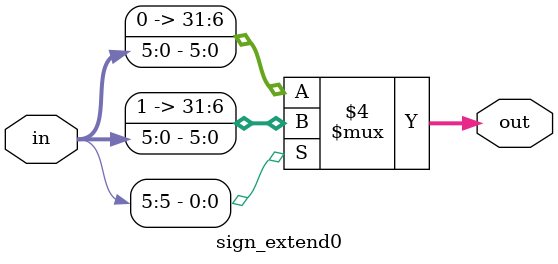
<source format=v>
`timescale 1ns / 1ps


module sign_extend0(in, out);
input [5:0]in;
output reg [31:0]out;

initial begin
if(in[5] == 1)
    out = {26'b11111111111111111111111111, in};

else
    out = {26'b00000000000000000000000000, in};
end
endmodule

</source>
